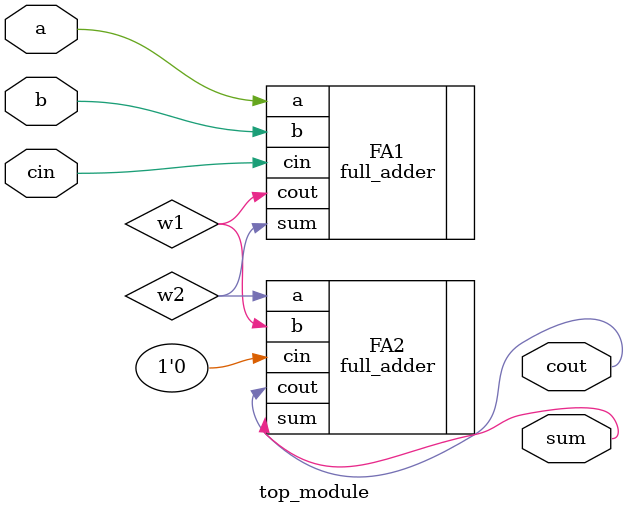
<source format=sv>
module top_module (
	input a,
	input b,
	input cin,
	output cout,
	output sum
);
	// Internal wire declaration
	wire w1, w2, w3;

	// Instantiate the full adder
	full_adder FA1 (
		.a(a),
		.b(b),
		.cin(cin),
		.cout(w1),
		.sum(w2)
	);

	// Instantiate another full adder with carry-in connected to the carry-out of previous full adder
	full_adder FA2 (
		.a(w2),
		.b(w1),
		.cin(1'b0),
		.cout(cout),
		.sum(sum)
	);
endmodule

</source>
